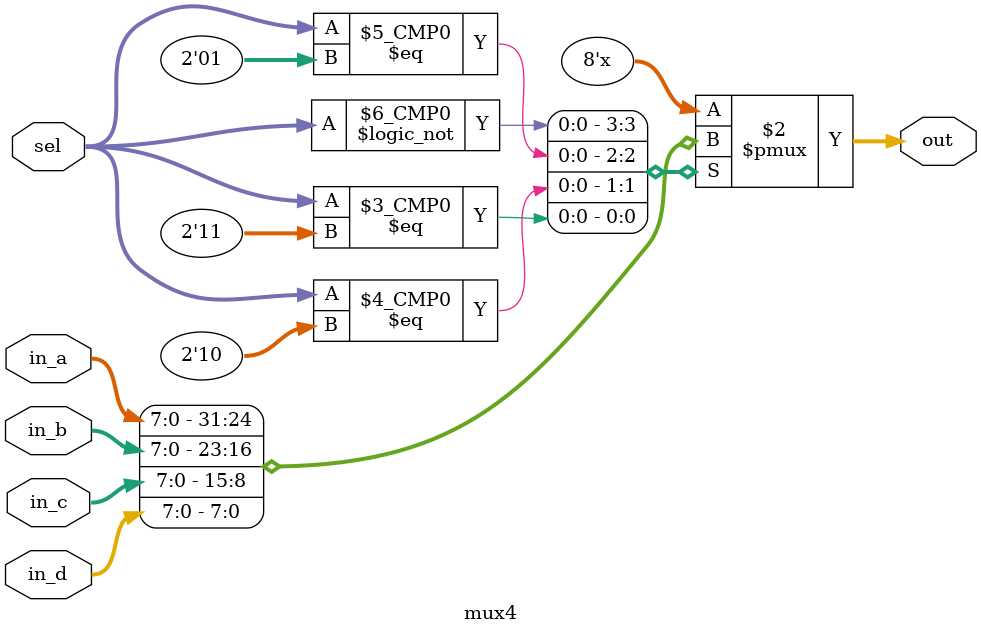
<source format=v>
module mux4
    #(parameter N = 8) (
        input [N-1:0] in_a, in_b, in_c, in_d,
        input [1:0] sel,
        output reg [N-1:0] out
    );

always @(*) begin
    case(sel)
        'b00: out = in_a;
        'b01: out = in_b;
        'b10: out = in_c;
        'b11: out = in_d;
    endcase
end
endmodule
</source>
